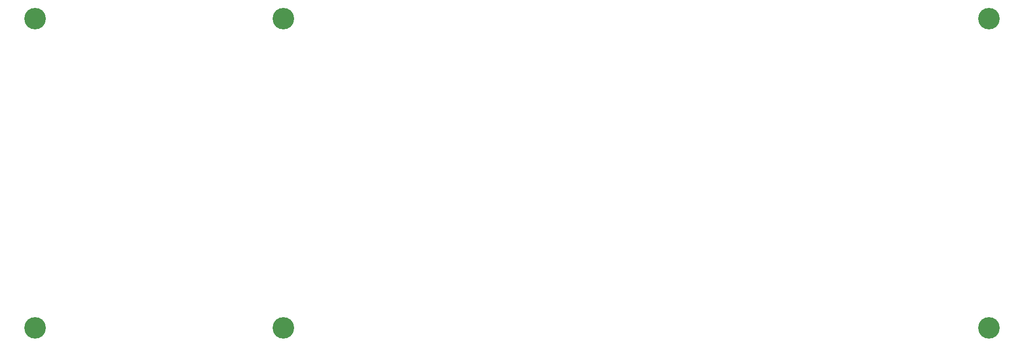
<source format=gbs>
G04 (created by PCBNEW-RS274X (2011-07-19)-testing) date Fri 17 Feb 2012 12:26:42 PM PST*
G01*
G70*
G90*
%MOIN*%
G04 Gerber Fmt 3.4, Leading zero omitted, Abs format*
%FSLAX34Y34*%
G04 APERTURE LIST*
%ADD10C,0.006000*%
%ADD11C,0.153900*%
G04 APERTURE END LIST*
G54D10*
G54D11*
X26000Y-51450D03*
X26000Y-29350D03*
X94000Y-51450D03*
X94000Y-29350D03*
X43700Y-29350D03*
X43700Y-51450D03*
M02*

</source>
